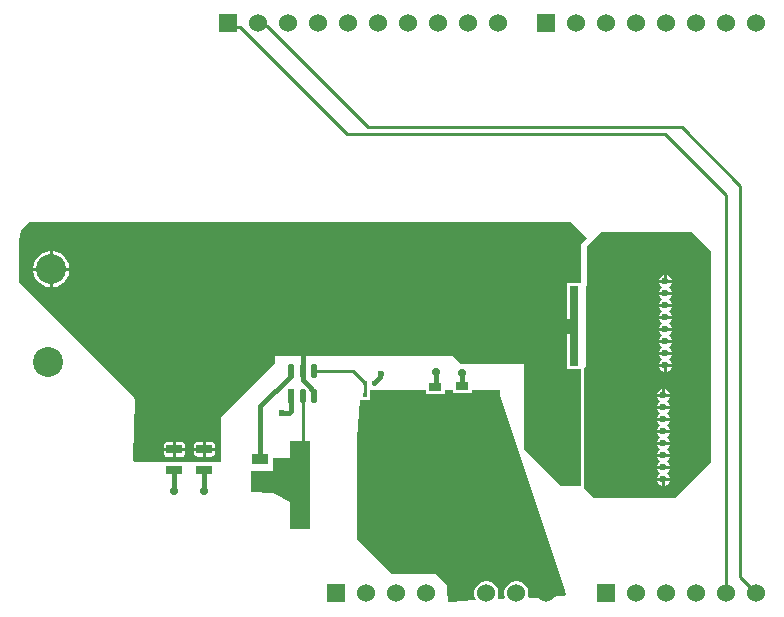
<source format=gtl>
G04*
G04 #@! TF.GenerationSoftware,Altium Limited,Altium Designer,24.1.2 (44)*
G04*
G04 Layer_Physical_Order=1*
G04 Layer_Color=255*
%FSLAX44Y44*%
%MOMM*%
G71*
G04*
G04 #@! TF.SameCoordinates,3802B111-1C7E-4A17-9201-CC646305CB20*
G04*
G04*
G04 #@! TF.FilePolarity,Positive*
G04*
G01*
G75*
%ADD14C,0.2540*%
%ADD15R,0.4500X0.4500*%
%ADD16R,0.4500X0.3500*%
%ADD17R,1.8000X7.5000*%
%ADD18R,0.5321X1.2544*%
G04:AMPARAMS|DCode=19|XSize=1.2544mm|YSize=0.5321mm|CornerRadius=0.2661mm|HoleSize=0mm|Usage=FLASHONLY|Rotation=90.000|XOffset=0mm|YOffset=0mm|HoleType=Round|Shape=RoundedRectangle|*
%AMROUNDEDRECTD19*
21,1,1.2544,0.0000,0,0,90.0*
21,1,0.7223,0.5321,0,0,90.0*
1,1,0.5321,0.0000,0.3611*
1,1,0.5321,0.0000,-0.3611*
1,1,0.5321,0.0000,-0.3611*
1,1,0.5321,0.0000,0.3611*
%
%ADD19ROUNDEDRECTD19*%
%ADD20R,1.4000X0.9500*%
%ADD21R,0.7000X6.7600*%
%ADD22R,3.9000X6.7600*%
%ADD23R,1.0500X0.6500*%
G04:AMPARAMS|DCode=24|XSize=1.3mm|YSize=0.76mm|CornerRadius=0.095mm|HoleSize=0mm|Usage=FLASHONLY|Rotation=0.000|XOffset=0mm|YOffset=0mm|HoleType=Round|Shape=RoundedRectangle|*
%AMROUNDEDRECTD24*
21,1,1.3000,0.5700,0,0,0.0*
21,1,1.1100,0.7600,0,0,0.0*
1,1,0.1900,0.5550,-0.2850*
1,1,0.1900,-0.5550,-0.2850*
1,1,0.1900,-0.5550,0.2850*
1,1,0.1900,0.5550,0.2850*
%
%ADD24ROUNDEDRECTD24*%
%ADD25C,1.5240*%
%ADD26R,1.5240X1.5240*%
%ADD27C,2.5400*%
%ADD28C,0.1270*%
%ADD29C,0.3810*%
%ADD30C,0.7112*%
%ADD31C,0.6000*%
G36*
X418084Y193040D02*
X473974Y24449D01*
X473258Y23400D01*
X442422Y21818D01*
X441623Y22806D01*
X441960Y24062D01*
Y26738D01*
X441268Y29322D01*
X439930Y31638D01*
X438038Y33530D01*
X435722Y34868D01*
X433138Y35560D01*
X430462D01*
X427878Y34868D01*
X425562Y33530D01*
X423670Y31638D01*
X422332Y29322D01*
X421640Y26738D01*
Y24062D01*
X422179Y22051D01*
X421420Y20740D01*
X416590Y20492D01*
X415935Y21730D01*
X416560Y24062D01*
Y26738D01*
X415868Y29322D01*
X414530Y31638D01*
X412638Y33530D01*
X410322Y34868D01*
X407738Y35560D01*
X405062D01*
X402478Y34868D01*
X400162Y33530D01*
X398270Y31638D01*
X396932Y29322D01*
X396240Y26738D01*
Y24062D01*
X396932Y21478D01*
X397443Y20594D01*
X396836Y19479D01*
X373634Y18288D01*
X372872Y32258D01*
X363474Y41656D01*
X326644D01*
X296672Y71628D01*
Y155981D01*
X299625Y188750D01*
X308170D01*
Y197330D01*
X309428Y197358D01*
X355430D01*
Y194090D01*
X371010D01*
Y197358D01*
X378290D01*
Y194870D01*
X393870D01*
Y197358D01*
X418084D01*
Y193040D01*
D02*
G37*
G36*
X491490Y325882D02*
X486664Y321056D01*
Y289035D01*
X486580Y287800D01*
X474500D01*
Y257810D01*
X480540D01*
Y245110D01*
X474500D01*
Y215120D01*
X486360D01*
Y116078D01*
X469392D01*
X438658Y146812D01*
Y219710D01*
X384556D01*
X377698Y226568D01*
X227076D01*
Y219964D01*
X182118Y175006D01*
Y136906D01*
X108607Y136906D01*
X107442Y138176D01*
Y139954D01*
X109220Y189738D01*
X10414Y288544D01*
Y323596D01*
X12446Y333248D01*
X18796Y339598D01*
X477774D01*
X491490Y325882D01*
D02*
G37*
G36*
X596392Y314706D02*
Y135890D01*
X566420Y105918D01*
X497840D01*
X488950Y114808D01*
Y215646D01*
X490982Y217678D01*
X491236Y319024D01*
X503174Y330962D01*
X580136D01*
X596392Y314706D01*
D02*
G37*
G36*
X255566Y139050D02*
X255029Y101264D01*
X254085Y100415D01*
X243840Y101346D01*
X226060Y110435D01*
X207209Y111506D01*
Y129286D01*
X226060D01*
Y139954D01*
X254674D01*
X255566Y139050D01*
D02*
G37*
%LPC*%
G36*
X39601Y314960D02*
X39370D01*
Y300990D01*
X53340D01*
Y301221D01*
X52754Y304165D01*
X51606Y306939D01*
X49938Y309435D01*
X47815Y311558D01*
X45319Y313225D01*
X42545Y314374D01*
X39601Y314960D01*
D02*
G37*
G36*
X36830D02*
X36599D01*
X33655Y314374D01*
X30881Y313225D01*
X28385Y311558D01*
X26262Y309435D01*
X24595Y306939D01*
X23446Y304165D01*
X22860Y301221D01*
Y300990D01*
X36830D01*
Y314960D01*
D02*
G37*
G36*
X53340Y298450D02*
X39370D01*
Y284480D01*
X39601D01*
X42545Y285066D01*
X45319Y286215D01*
X47815Y287882D01*
X49938Y290005D01*
X51606Y292501D01*
X52754Y295275D01*
X53340Y298219D01*
Y298450D01*
D02*
G37*
G36*
X36830D02*
X22860D01*
Y298219D01*
X23446Y295275D01*
X24595Y292501D01*
X26262Y290005D01*
X28385Y287882D01*
X30881Y286215D01*
X33655Y285066D01*
X36599Y284480D01*
X36830D01*
Y298450D01*
D02*
G37*
G36*
X173190Y153848D02*
X168910D01*
Y148710D01*
X176748D01*
Y150290D01*
X176478Y151652D01*
X175706Y152806D01*
X174552Y153577D01*
X173190Y153848D01*
D02*
G37*
G36*
X166370D02*
X162090D01*
X160728Y153577D01*
X159574Y152806D01*
X158802Y151652D01*
X158532Y150290D01*
Y148710D01*
X166370D01*
Y153848D01*
D02*
G37*
G36*
X147790Y153728D02*
X143510D01*
Y148590D01*
X151348D01*
Y150170D01*
X151077Y151532D01*
X150306Y152686D01*
X149152Y153457D01*
X147790Y153728D01*
D02*
G37*
G36*
X140970D02*
X136690D01*
X135328Y153457D01*
X134174Y152686D01*
X133403Y151532D01*
X133132Y150170D01*
Y148590D01*
X140970D01*
Y153728D01*
D02*
G37*
G36*
X176748Y146170D02*
X168910D01*
Y141032D01*
X173190D01*
X174552Y141302D01*
X175706Y142074D01*
X176478Y143228D01*
X176748Y144590D01*
Y146170D01*
D02*
G37*
G36*
X166370D02*
X158532D01*
Y144590D01*
X158802Y143228D01*
X159574Y142074D01*
X160728Y141302D01*
X162090Y141032D01*
X166370D01*
Y146170D01*
D02*
G37*
G36*
X151348Y146050D02*
X143510D01*
Y140912D01*
X147790D01*
X149152Y141182D01*
X150306Y141954D01*
X151077Y143108D01*
X151348Y144470D01*
Y146050D01*
D02*
G37*
G36*
X140970D02*
X133132D01*
Y144470D01*
X133403Y143108D01*
X134174Y141954D01*
X135328Y141182D01*
X136690Y140912D01*
X140970D01*
Y146050D01*
D02*
G37*
G36*
X559308Y295030D02*
Y290830D01*
X563508D01*
X562735Y292698D01*
X561176Y294257D01*
X559308Y295030D01*
D02*
G37*
G36*
X556768D02*
X554900Y294257D01*
X553341Y292698D01*
X552568Y290830D01*
X556768D01*
Y295030D01*
D02*
G37*
G36*
X563508Y288290D02*
X552568D01*
X553341Y286422D01*
X554470Y285293D01*
X554762Y284480D01*
X554470Y283667D01*
X553341Y282538D01*
X552568Y280670D01*
X563508D01*
X562735Y282538D01*
X561606Y283667D01*
X561314Y284480D01*
X561606Y285293D01*
X562735Y286422D01*
X563508Y288290D01*
D02*
G37*
G36*
Y278130D02*
X552568D01*
X553341Y276262D01*
X554470Y275133D01*
X554762Y274320D01*
X554470Y273507D01*
X553341Y272378D01*
X552568Y270510D01*
X563508D01*
X562735Y272378D01*
X561606Y273507D01*
X561314Y274320D01*
X561606Y275133D01*
X562735Y276262D01*
X563508Y278130D01*
D02*
G37*
G36*
Y267970D02*
X552568D01*
X553341Y266102D01*
X554470Y264973D01*
X554762Y264160D01*
X554470Y263347D01*
X553341Y262218D01*
X552568Y260350D01*
X563508D01*
X562735Y262218D01*
X561606Y263347D01*
X561314Y264160D01*
X561606Y264973D01*
X562735Y266102D01*
X563508Y267970D01*
D02*
G37*
G36*
Y257810D02*
X552568D01*
X553341Y255942D01*
X554470Y254813D01*
X554762Y254000D01*
X554470Y253187D01*
X553341Y252058D01*
X552568Y250190D01*
X563508D01*
X562735Y252058D01*
X561606Y253187D01*
X561314Y254000D01*
X561606Y254813D01*
X562735Y255942D01*
X563508Y257810D01*
D02*
G37*
G36*
Y247650D02*
X552568D01*
X553341Y245782D01*
X554470Y244653D01*
X554762Y243840D01*
X554470Y243027D01*
X553341Y241898D01*
X552568Y240030D01*
X563508D01*
X562735Y241898D01*
X561606Y243027D01*
X561314Y243840D01*
X561606Y244653D01*
X562735Y245782D01*
X563508Y247650D01*
D02*
G37*
G36*
Y237490D02*
X552568D01*
X553341Y235622D01*
X554470Y234493D01*
X554762Y233680D01*
X554470Y232867D01*
X553341Y231738D01*
X552568Y229870D01*
X563508D01*
X562735Y231738D01*
X561606Y232867D01*
X561314Y233680D01*
X561606Y234493D01*
X562735Y235622D01*
X563508Y237490D01*
D02*
G37*
G36*
Y227330D02*
X552568D01*
X553341Y225462D01*
X554470Y224333D01*
X554762Y223520D01*
X554470Y222707D01*
X553341Y221578D01*
X552568Y219710D01*
X563508D01*
X562735Y221578D01*
X561606Y222707D01*
X561314Y223520D01*
X561606Y224333D01*
X562735Y225462D01*
X563508Y227330D01*
D02*
G37*
G36*
Y217170D02*
X559308D01*
Y212970D01*
X561176Y213743D01*
X562735Y215302D01*
X563508Y217170D01*
D02*
G37*
G36*
X556768D02*
X552568D01*
X553341Y215302D01*
X554900Y213743D01*
X556768Y212970D01*
Y217170D01*
D02*
G37*
G36*
X557530Y198510D02*
Y194310D01*
X561730D01*
X560957Y196178D01*
X559398Y197737D01*
X557530Y198510D01*
D02*
G37*
G36*
X554990D02*
X553122Y197737D01*
X551563Y196178D01*
X550790Y194310D01*
X554990D01*
Y198510D01*
D02*
G37*
G36*
X561730Y191770D02*
X550790D01*
X551563Y189902D01*
X552692Y188773D01*
X552984Y187960D01*
X552692Y187147D01*
X551563Y186018D01*
X550790Y184150D01*
X561730D01*
X560957Y186018D01*
X559828Y187147D01*
X559536Y187960D01*
X559828Y188773D01*
X560957Y189902D01*
X561730Y191770D01*
D02*
G37*
G36*
Y181610D02*
X550790D01*
X551563Y179742D01*
X552692Y178613D01*
X552984Y177800D01*
X552692Y176987D01*
X551563Y175858D01*
X550790Y173990D01*
X561730D01*
X560957Y175858D01*
X559828Y176987D01*
X559536Y177800D01*
X559828Y178613D01*
X560957Y179742D01*
X561730Y181610D01*
D02*
G37*
G36*
Y171450D02*
X550790D01*
X551563Y169582D01*
X552692Y168453D01*
X552984Y167640D01*
X552692Y166827D01*
X551563Y165698D01*
X550790Y163830D01*
X561730D01*
X560957Y165698D01*
X559828Y166827D01*
X559536Y167640D01*
X559828Y168453D01*
X560957Y169582D01*
X561730Y171450D01*
D02*
G37*
G36*
Y161290D02*
X550790D01*
X551563Y159422D01*
X552692Y158293D01*
X552984Y157480D01*
X552692Y156667D01*
X551563Y155538D01*
X550790Y153670D01*
X561730D01*
X560957Y155538D01*
X559828Y156667D01*
X559536Y157480D01*
X559828Y158293D01*
X560957Y159422D01*
X561730Y161290D01*
D02*
G37*
G36*
Y151130D02*
X550790D01*
X551563Y149262D01*
X552692Y148133D01*
X552984Y147320D01*
X552692Y146507D01*
X551563Y145378D01*
X550790Y143510D01*
X561730D01*
X560957Y145378D01*
X559828Y146507D01*
X559536Y147320D01*
X559828Y148133D01*
X560957Y149262D01*
X561730Y151130D01*
D02*
G37*
G36*
Y140970D02*
X550790D01*
X551563Y139102D01*
X552692Y137973D01*
X552984Y137160D01*
X552692Y136347D01*
X551563Y135218D01*
X550790Y133350D01*
X561730D01*
X560957Y135218D01*
X559828Y136347D01*
X559536Y137160D01*
X559828Y137973D01*
X560957Y139102D01*
X561730Y140970D01*
D02*
G37*
G36*
Y130810D02*
X550790D01*
X551563Y128942D01*
X552692Y127813D01*
X552984Y127000D01*
X552692Y126187D01*
X551563Y125058D01*
X550790Y123190D01*
X561730D01*
X560957Y125058D01*
X559828Y126187D01*
X559536Y127000D01*
X559828Y127813D01*
X560957Y128942D01*
X561730Y130810D01*
D02*
G37*
G36*
Y120650D02*
X557530D01*
Y116450D01*
X559398Y117223D01*
X560957Y118782D01*
X561730Y120650D01*
D02*
G37*
G36*
X554990D02*
X550790D01*
X551563Y118782D01*
X553122Y117223D01*
X554990Y116450D01*
Y120650D01*
D02*
G37*
%LPD*%
D14*
X248920Y116840D02*
X250800Y118720D01*
Y192354D01*
X191077Y504781D02*
X197783D01*
X557784Y414274D02*
X609600Y362458D01*
X288290Y414274D02*
X557784D01*
X187840Y508018D02*
X191077Y504781D01*
X197783D02*
X288290Y414274D01*
X571754Y420116D02*
X621538Y370332D01*
X220598Y505588D02*
X306070Y420116D01*
X571754D01*
X215671Y505588D02*
X220598D01*
X213241Y508018D02*
X215671Y505588D01*
X621538Y38862D02*
X635000Y25400D01*
X621538Y38862D02*
Y370332D01*
X609600Y25400D02*
Y362458D01*
X260300Y213360D02*
X293180D01*
X303340Y203200D01*
X303400Y193060D02*
Y203140D01*
D15*
X311340Y203200D02*
D03*
X303340D02*
D03*
D16*
X303380Y193040D02*
D03*
X309880D02*
D03*
D17*
X248920Y116840D02*
D03*
X304920D02*
D03*
D18*
X241300Y192354D02*
D03*
D19*
X250800D02*
D03*
X260300D02*
D03*
Y213360D02*
D03*
X250800D02*
D03*
X241300D02*
D03*
D20*
X215138Y120650D02*
D03*
Y139150D02*
D03*
D21*
X480540Y251460D02*
D03*
X540540D02*
D03*
X478480Y154940D02*
D03*
X538480D02*
D03*
D22*
X510540Y251460D02*
D03*
X508480Y154940D02*
D03*
D23*
X386080Y200660D02*
D03*
Y183660D02*
D03*
X363220Y199880D02*
D03*
Y182880D02*
D03*
D24*
X167640Y147440D02*
D03*
Y129540D02*
D03*
X142240Y147320D02*
D03*
Y129420D02*
D03*
D25*
X482600Y508000D02*
D03*
X508000D02*
D03*
X533400D02*
D03*
X558800D02*
D03*
X584200D02*
D03*
X609600D02*
D03*
X635000D02*
D03*
Y25400D02*
D03*
X609600D02*
D03*
X584200D02*
D03*
X558800D02*
D03*
X533400D02*
D03*
X416560Y508000D02*
D03*
X391040Y508018D02*
D03*
X365640D02*
D03*
X340241D02*
D03*
X314841D02*
D03*
X289440D02*
D03*
X264041D02*
D03*
X238640D02*
D03*
X213241D02*
D03*
X304800Y25400D02*
D03*
X330200D02*
D03*
X355600D02*
D03*
X381000D02*
D03*
X406400D02*
D03*
X431800D02*
D03*
X457200D02*
D03*
D26*
Y508000D02*
D03*
X508000Y25400D02*
D03*
X187840Y508018D02*
D03*
X279400Y25400D02*
D03*
D27*
X35560Y220980D02*
D03*
X38100Y299720D02*
D03*
D28*
X385826Y200914D02*
X386080Y201168D01*
X303340Y193080D02*
X303380Y193040D01*
X316595Y208455D02*
Y209915D01*
X317500Y210820D01*
X385826Y200914D02*
X386080Y200660D01*
X363220Y199880D02*
X363474Y200134D01*
X360680Y202420D02*
X363220Y199880D01*
D29*
X386080Y201168D02*
Y211836D01*
X250800Y213360D02*
Y241402D01*
X215138Y183558D02*
X240821Y209241D01*
Y212880D02*
X241300Y213360D01*
X215138Y139150D02*
Y183558D01*
X240821Y209241D02*
Y212880D01*
X250800Y206014D02*
Y213360D01*
Y206014D02*
X257906Y198909D01*
Y198581D02*
Y198909D01*
Y198581D02*
X260300Y196187D01*
Y192354D02*
Y196187D01*
X233680Y177800D02*
X239476D01*
X241365Y179689D01*
Y192290D01*
X311340Y203200D02*
X316595Y208455D01*
X363474Y200134D02*
Y213106D01*
X167640Y111760D02*
Y129540D01*
X142240Y111760D02*
Y129420D01*
D30*
Y111760D02*
D03*
X386080Y211836D02*
D03*
X363474Y213106D02*
D03*
X167640Y111760D02*
D03*
D31*
X558038Y289560D02*
D03*
Y279400D02*
D03*
Y269240D02*
D03*
Y259080D02*
D03*
Y248920D02*
D03*
Y238760D02*
D03*
Y228600D02*
D03*
Y218440D02*
D03*
X556260Y121920D02*
D03*
Y132080D02*
D03*
Y142240D02*
D03*
Y152400D02*
D03*
Y162560D02*
D03*
Y172720D02*
D03*
Y182880D02*
D03*
Y193040D02*
D03*
X317500Y210820D02*
D03*
X233680Y177800D02*
D03*
M02*

</source>
